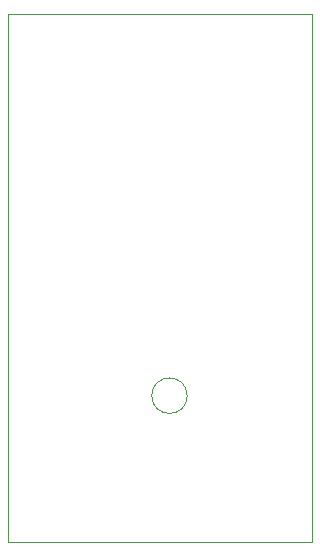
<source format=gbr>
%TF.GenerationSoftware,KiCad,Pcbnew,(6.0.4)*%
%TF.CreationDate,2022-07-17T15:29:07+02:00*%
%TF.ProjectId,MPU6050_esp32Lolin,4d505536-3035-4305-9f65-737033324c6f,rev?*%
%TF.SameCoordinates,PX6f94740PY4378f30*%
%TF.FileFunction,Profile,NP*%
%FSLAX46Y46*%
G04 Gerber Fmt 4.6, Leading zero omitted, Abs format (unit mm)*
G04 Created by KiCad (PCBNEW (6.0.4)) date 2022-07-17 15:29:07*
%MOMM*%
%LPD*%
G01*
G04 APERTURE LIST*
%TA.AperFunction,Profile*%
%ADD10C,0.100000*%
%TD*%
%TA.AperFunction,Profile*%
%ADD11C,0.010000*%
%TD*%
G04 APERTURE END LIST*
D10*
X0Y-44750000D02*
X25750000Y-44750000D01*
X0Y0D02*
X0Y-44750000D01*
X25750000Y0D02*
X0Y0D01*
X25750000Y-44750000D02*
X25750000Y0D01*
D11*
X15150000Y-32350000D02*
G75*
G03*
X15150000Y-32350000I-1500000J0D01*
G01*
M02*

</source>
